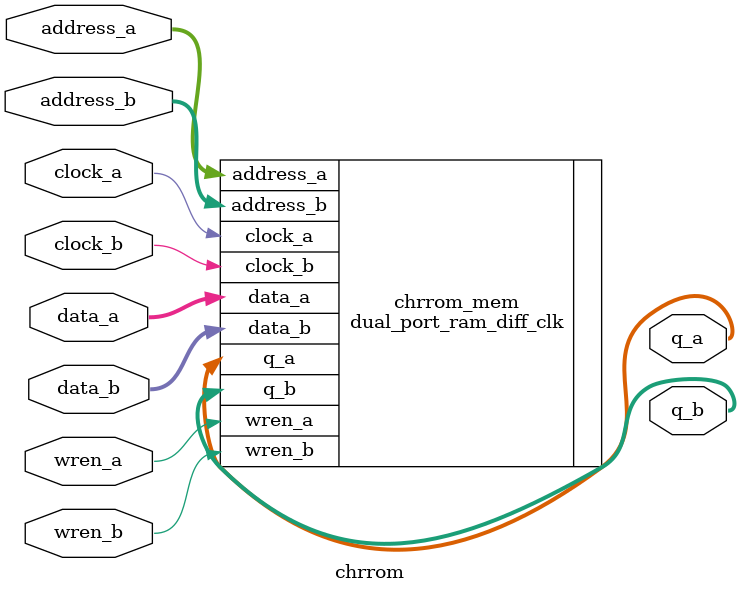
<source format=v>
`timescale 1 ps / 1 ps

module chrrom (
    input [12:0] address_a,
    input [12:0] address_b,
    input clock_a,
    input clock_b,
    input [7:0] data_a,
    input [7:0] data_b,
    input wren_a,
    input wren_b,
    output [7:0] q_a,
    output [7:0] q_b
);

    // Instantiate dual_port_ram_diff_clk with appropriate parameters
    dual_port_ram_diff_clk #(
        .ADDR_WIDTH_A(13),        // 13-bit address (8192 words)
        .DATA_WIDTH_A(8),         // 8-bit data
        .ADDR_WIDTH_B(13),        // 13-bit address
        .DATA_WIDTH_B(8),         // 8-bit data
        .INIT_FILE("../cart_init/chr.mif")  // Initialize from CHR ROM file
    ) chrrom_mem (
        .clock_a(clock_a),
        .clock_b(clock_b),
        
        // Port A
        .address_a(address_a),
        .data_a(data_a),
        .wren_a(wren_a),
        .q_a(q_a),
        
        // Port B
        .address_b(address_b),
        .data_b(data_b),
        .wren_b(wren_b),
        .q_b(q_b)
    );

endmodule
</source>
